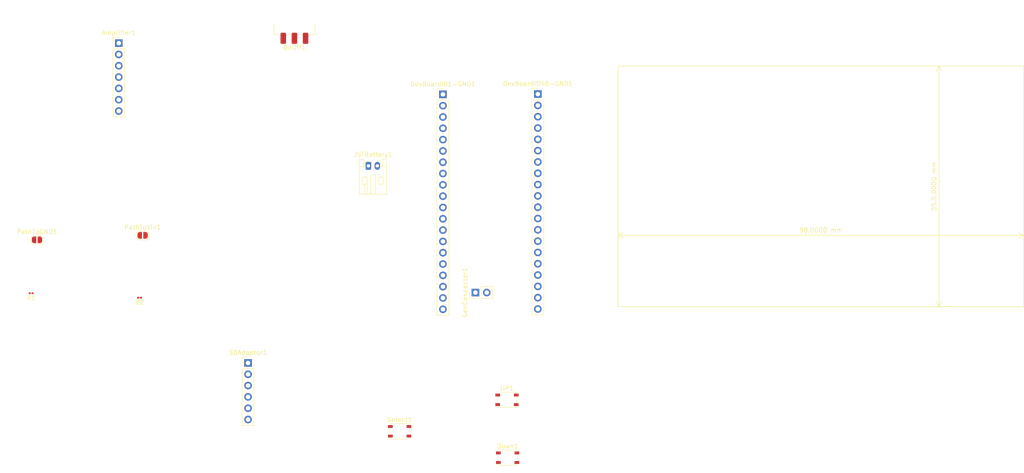
<source format=kicad_pcb>
(kicad_pcb (version 20240108) (generator "pcbnew") (generator_version "8.0")
  (layers (0 "F.Cu" signal) (31 "B.Cu" signal) (34 "B.Paste" user) (35 "F.Paste" user) (36 "B.SilkS" user "B.Silkscreen") (37 "F.SilkS" user "F.Silkscreen") (38 "B.Mask" user) (39 "F.Mask" user) (44 "Edge.Cuts" user))
  (net 0 "")
  (net 1 "/A3")
  (net 2 "/GND")
  (net 3 "/A2")
  (net 4 "/A5")
  (net 5 "Net-(Amplifier1-Pin_4)")
  (net 6 "/A1")
  (net 7 "/Vin(3.3)")
  (net 8 "/SD4")
  (net 10 "/Select")
  (net 11 "/Down")
  (net 15 "/Up")
  (net 18 "/SD3")
  (net 19 "/SD2")
  (net 21 "/SD1")
  (net 40 "/Vin(5)")
  (net 41 "/-")
  (net 42 "/+")
  (footprint "Button_Switch_SMD:SW_SPST_PTS810" (layer "F.Cu") (at 143.075 116.925)
    (property "Reference" "UP1" (at 0 -2.6 0) (layer "F.SilkS"))
    (property "Value" "SW_Push")
    (fp_line (start -2.2 -1.7) (end -2.2 -1.58) (stroke (width 0.12)) (layer "F.SilkS"))
    (fp_line (start -2.2 -0.57) (end -2.2 0.57) (stroke (width 0.12)) (layer "F.SilkS"))
    (fp_line (start -2.2 1.58) (end -2.2 1.7) (stroke (width 0.12)) (layer "F.SilkS"))
    (fp_line (start -2.2 1.7) (end 2.2 1.7) (stroke (width 0.12)) (layer "F.SilkS"))
    (fp_line (start 2.2 -1.7) (end -2.2 -1.7) (stroke (width 0.12)) (layer "F.SilkS"))
    (fp_line (start 2.2 -1.58) (end 2.2 -1.7) (stroke (width 0.12)) (layer "F.SilkS"))
    (fp_line (start 2.2 0.57) (end 2.2 -0.57) (stroke (width 0.12)) (layer "F.SilkS"))
    (fp_line (start 2.2 1.7) (end 2.2 1.58) (stroke (width 0.12)) (layer "F.SilkS"))
    (pad "1" smd rect (at -2.075 -1.075) (size 1.05 0.65) (layers "F.Cu" "F.Paste" "F.Mask") (net 15 "/Up"))
    (pad "1" smd rect (at 2.075 -1.075) (size 1.05 0.65) (layers "F.Cu" "F.Paste" "F.Mask") (net 15 "/Up"))
    (pad "2" smd rect (at -2.075 1.075) (size 1.05 0.65) (layers "F.Cu" "F.Paste" "F.Mask") (net 2 "/GND"))
    (pad "2" smd rect (at 2.075 1.075) (size 1.05 0.65) (layers "F.Cu" "F.Paste" "F.Mask") (net 2 "/GND"))
  )
  (footprint "Connector_PinHeader_2.54mm:PinHeader_1x07_P2.54mm_Vertical" (layer "F.Cu") (at 56 36.84)
    (property "Reference" "Amplifier1" (at 0 -2.33 0) (layer "F.SilkS"))
    (property "Value" "Conn_01x07_Pin")
    (fp_line (start -1.33 -1.33) (end 0 -1.33) (stroke (width 0.12)) (layer "F.SilkS"))
    (fp_line (start -1.33 0) (end -1.33 -1.33) (stroke (width 0.12)) (layer "F.SilkS"))
    (fp_line (start -1.33 1.27) (end -1.33 16.57) (stroke (width 0.12)) (layer "F.SilkS"))
    (fp_line (start -1.33 1.27) (end 1.33 1.27) (stroke (width 0.12)) (layer "F.SilkS"))
    (fp_line (start -1.33 16.57) (end 1.33 16.57) (stroke (width 0.12)) (layer "F.SilkS"))
    (fp_line (start 1.33 1.27) (end 1.33 16.57) (stroke (width 0.12)) (layer "F.SilkS"))
    (pad "1" thru_hole rect (at 0 0) (size 1.7 1.7) (drill 1) (layers "*.Cu" "*.Mask") (net 6 "/A1"))
    (pad "2" thru_hole oval (at 0 2.54) (size 1.7 1.7) (drill 1) (layers "*.Cu" "*.Mask") (net 3 "/A2"))
    (pad "3" thru_hole oval (at 0 5.08) (size 1.7 1.7) (drill 1) (layers "*.Cu" "*.Mask") (net 1 "/A3"))
    (pad "4" thru_hole oval (at 0 7.62) (size 1.7 1.7) (drill 1) (layers "*.Cu" "*.Mask") (net 5 "Net-(Amplifier1-Pin_4)"))
    (pad "5" thru_hole oval (at 0 10.16) (size 1.7 1.7) (drill 1) (layers "*.Cu" "*.Mask") (net 4 "/A5"))
    (pad "6" thru_hole oval (at 0 12.7) (size 1.7 1.7) (drill 1) (layers "*.Cu" "*.Mask") (net 2 "/GND"))
    (pad "7" thru_hole oval (at 0 15.24) (size 1.7 1.7) (drill 1) (layers "*.Cu" "*.Mask") (net 7 "/Vin(3.3)"))
  )
  (footprint "Connector_JST:JST_PH_S2B-PH-K_1x02_P2.00mm_Horizontal" (layer "F.Cu") (at 112 64.39)
    (property "Reference" "JSTBattery1" (at 1 -2.55 0) (layer "F.SilkS"))
    (property "Value" "Conn_01x02_Pin")
    (fp_line (start -2.06 -1.46) (end -2.06 6.36) (stroke (width 0.12)) (layer "F.SilkS"))
    (fp_line (start -2.06 0.14) (end -1.14 0.14) (stroke (width 0.12)) (layer "F.SilkS"))
    (fp_line (start -2.06 6.36) (end 4.06 6.36) (stroke (width 0.12)) (layer "F.SilkS"))
    (fp_line (start -1.3 2.5) (end -1.3 4.1) (stroke (width 0.12)) (layer "F.SilkS"))
    (fp_line (start -1.3 4.1) (end -0.3 4.1) (stroke (width 0.12)) (layer "F.SilkS"))
    (fp_line (start -1.14 -1.46) (end -2.06 -1.46) (stroke (width 0.12)) (layer "F.SilkS"))
    (fp_line (start -1.14 0.14) (end -1.14 -1.46) (stroke (width 0.12)) (layer "F.SilkS"))
    (fp_line (start -0.86 0.14) (end -1.14 0.14) (stroke (width 0.12)) (layer "F.SilkS"))
    (fp_line (start -0.86 0.14) (end -0.86 -1.075) (stroke (width 0.12)) (layer "F.SilkS"))
    (fp_line (start -0.8 4.1) (end -0.8 6.36) (stroke (width 0.12)) (layer "F.SilkS"))
    (fp_line (start -0.3 2.5) (end -1.3 2.5) (stroke (width 0.12)) (layer "F.SilkS"))
    (fp_line (start -0.3 4.1) (end -0.3 2.5) (stroke (width 0.12)) (layer "F.SilkS"))
    (fp_line (start -0.3 4.1) (end -0.3 6.36) (stroke (width 0.12)) (layer "F.SilkS"))
    (fp_line (start 0.5 2) (end 1.5 2) (stroke (width 0.12)) (layer "F.SilkS"))
    (fp_line (start 0.5 6.36) (end 0.5 2) (stroke (width 0.12)) (layer "F.SilkS"))
    (fp_line (start 1.5 2) (end 1.5 6.36) (stroke (width 0.12)) (layer "F.SilkS"))
    (fp_line (start 2.3 2.5) (end 3.3 2.5) (stroke (width 0.12)) (layer "F.SilkS"))
    (fp_line (start 2.3 4.1) (end 2.3 2.5) (stroke (width 0.12)) (layer "F.SilkS"))
    (fp_line (start 3.14 -1.46) (end 3.14 0.14) (stroke (width 0.12)) (layer "F.SilkS"))
    (fp_line (start 3.14 0.14) (end 2.86 0.14) (stroke (width 0.12)) (layer "F.SilkS"))
    (fp_line (start 3.3 2.5) (end 3.3 4.1) (stroke (width 0.12)) (layer "F.SilkS"))
    (fp_line (start 3.3 4.1) (end 2.3 4.1) (stroke (width 0.12)) (layer "F.SilkS"))
    (fp_line (start 4.06 -1.46) (end 3.14 -1.46) (stroke (width 0.12)) (layer "F.SilkS"))
    (fp_line (start 4.06 0.14) (end 3.14 0.14) (stroke (width 0.12)) (layer "F.SilkS"))
    (fp_line (start 4.06 6.36) (end 4.06 -1.46) (stroke (width 0.12)) (layer "F.SilkS"))
    (pad "1" thru_hole roundrect (at 0 0) (size 1.2 1.75) (drill 0.75) (layers "*.Cu" "*.Mask") (roundrect_rratio 0.208333) (net 41 "/-"))
    (pad "2" thru_hole oval (at 2 0) (size 1.2 1.75) (drill 0.75) (layers "*.Cu" "*.Mask") (net 42 "/+"))
  )
  (footprint "Button_Switch_SMD:SW_SPST_PTS810" (layer "F.Cu") (at 143.225 129.925)
    (property "Reference" "Down1" (at 0 -2.6 0) (layer "F.SilkS"))
    (property "Value" "SW_Push")
    (fp_line (start -2.2 -1.7) (end -2.2 -1.58) (stroke (width 0.12)) (layer "F.SilkS"))
    (fp_line (start -2.2 -0.57) (end -2.2 0.57) (stroke (width 0.12)) (layer "F.SilkS"))
    (fp_line (start -2.2 1.58) (end -2.2 1.7) (stroke (width 0.12)) (layer "F.SilkS"))
    (fp_line (start -2.2 1.7) (end 2.2 1.7) (stroke (width 0.12)) (layer "F.SilkS"))
    (fp_line (start 2.2 -1.7) (end -2.2 -1.7) (stroke (width 0.12)) (layer "F.SilkS"))
    (fp_line (start 2.2 -1.58) (end 2.2 -1.7) (stroke (width 0.12)) (layer "F.SilkS"))
    (fp_line (start 2.2 0.57) (end 2.2 -0.57) (stroke (width 0.12)) (layer "F.SilkS"))
    (fp_line (start 2.2 1.7) (end 2.2 1.58) (stroke (width 0.12)) (layer "F.SilkS"))
    (pad "1" smd rect (at -2.075 -1.075) (size 1.05 0.65) (layers "F.Cu" "F.Paste" "F.Mask") (net 11 "/Down"))
    (pad "1" smd rect (at 2.075 -1.075) (size 1.05 0.65) (layers "F.Cu" "F.Paste" "F.Mask") (net 11 "/Down"))
    (pad "2" smd rect (at -2.075 1.075) (size 1.05 0.65) (layers "F.Cu" "F.Paste" "F.Mask") (net 2 "/GND"))
    (pad "2" smd rect (at 2.075 1.075) (size 1.05 0.65) (layers "F.Cu" "F.Paste" "F.Mask") (net 2 "/GND"))
  )
  (footprint "Resistor_SMD:R_0201_0603Metric" (layer "F.Cu") (at 36.345 93 180)
    (property "Reference" "R1" (at 0 -1.05 360) (layer "F.SilkS"))
    (property "Value" "100k")
    (pad "1" smd roundrect (at -0.32 0 180) (size 0.46 0.4) (layers "F.Cu" "F.Mask") (net 5 "Net-(Amplifier1-Pin_4)"))
    (pad "2" smd roundrect (at 0.32 0 180) (size 0.46 0.4) (layers "F.Cu" "F.Mask") (net 2 "/GND"))
  )
  (footprint "Button_Switch_SMD:SW_SPST_PTS810" (layer "F.Cu") (at 119 124)
    (property "Reference" "Select1" (at 0 -2.6 0) (layer "F.SilkS"))
    (property "Value" "SW_Push")
    (fp_line (start -2.2 -1.7) (end -2.2 -1.58) (stroke (width 0.12)) (layer "F.SilkS"))
    (fp_line (start -2.2 -0.57) (end -2.2 0.57) (stroke (width 0.12)) (layer "F.SilkS"))
    (fp_line (start -2.2 1.58) (end -2.2 1.7) (stroke (width 0.12)) (layer "F.SilkS"))
    (fp_line (start -2.2 1.7) (end 2.2 1.7) (stroke (width 0.12)) (layer "F.SilkS"))
    (fp_line (start 2.2 -1.7) (end -2.2 -1.7) (stroke (width 0.12)) (layer "F.SilkS"))
    (fp_line (start 2.2 -1.58) (end 2.2 -1.7) (stroke (width 0.12)) (layer "F.SilkS"))
    (fp_line (start 2.2 0.57) (end 2.2 -0.57) (stroke (width 0.12)) (layer "F.SilkS"))
    (fp_line (start 2.2 1.7) (end 2.2 1.58) (stroke (width 0.12)) (layer "F.SilkS"))
    (pad "1" smd rect (at -2.075 -1.075) (size 1.05 0.65) (layers "F.Cu" "F.Paste" "F.Mask") (net 10 "/Select"))
    (pad "1" smd rect (at 2.075 -1.075) (size 1.05 0.65) (layers "F.Cu" "F.Paste" "F.Mask") (net 10 "/Select"))
    (pad "2" smd rect (at -2.075 1.075) (size 1.05 0.65) (layers "F.Cu" "F.Paste" "F.Mask") (net 2 "/GND"))
    (pad "2" smd rect (at 2.075 1.075) (size 1.05 0.65) (layers "F.Cu" "F.Paste" "F.Mask") (net 2 "/GND"))
  )
  (footprint "Resistor_SMD:R_0201_0603Metric" (layer "F.Cu") (at 60.655 94 180)
    (property "Reference" "R2" (at 0 -1.05 360) (layer "F.SilkS"))
    (property "Value" "100k")
    (pad "1" smd roundrect (at -0.32 0 180) (size 0.46 0.4) (layers "F.Cu" "F.Mask") (net 5 "Net-(Amplifier1-Pin_4)"))
    (pad "2" smd roundrect (at 0.32 0 180) (size 0.46 0.4) (layers "F.Cu" "F.Mask") (net 7 "/Vin(3.3)"))
  )
  (footprint "Connector_PinHeader_2.54mm:PinHeader_1x06_P2.54mm_Vertical" (layer "F.Cu") (at 85 108.65)
    (property "Reference" "SDAdaptor1" (at 0 -2.33 0) (layer "F.SilkS"))
    (property "Value" "Conn_01x06_Pin")
    (fp_line (start -1.33 -1.33) (end 0 -1.33) (stroke (width 0.12)) (layer "F.SilkS"))
    (fp_line (start -1.33 0) (end -1.33 -1.33) (stroke (width 0.12)) (layer "F.SilkS"))
    (fp_line (start -1.33 1.27) (end -1.33 14.03) (stroke (width 0.12)) (layer "F.SilkS"))
    (fp_line (start -1.33 1.27) (end 1.33 1.27) (stroke (width 0.12)) (layer "F.SilkS"))
    (fp_line (start -1.33 14.03) (end 1.33 14.03) (stroke (width 0.12)) (layer "F.SilkS"))
    (fp_line (start 1.33 1.27) (end 1.33 14.03) (stroke (width 0.12)) (layer "F.SilkS"))
    (pad "1" thru_hole rect (at 0 0) (size 1.7 1.7) (drill 1) (layers "*.Cu" "*.Mask") (net 7 "/Vin(3.3)"))
    (pad "2" thru_hole oval (at 0 2.54) (size 1.7 1.7) (drill 1) (layers "*.Cu" "*.Mask") (net 21 "/SD1"))
    (pad "3" thru_hole oval (at 0 5.08) (size 1.7 1.7) (drill 1) (layers "*.Cu" "*.Mask") (net 19 "/SD2"))
    (pad "4" thru_hole oval (at 0 7.62) (size 1.7 1.7) (drill 1) (layers "*.Cu" "*.Mask") (net 18 "/SD3"))
    (pad "5" thru_hole oval (at 0 10.16) (size 1.7 1.7) (drill 1) (layers "*.Cu" "*.Mask") (net 8 "/SD4"))
    (pad "6" thru_hole oval (at 0 12.7) (size 1.7 1.7) (drill 1) (layers "*.Cu" "*.Mask") (net 2 "/GND"))
  )
  (footprint "Connector_PinHeader_2.54mm:PinHeader_1x20_P2.54mm_Vertical" (layer "F.Cu") (at 128.71 48.34)
    (property "Reference" "DevBoardI01-GND1" (at 0 -2.33 0) (layer "F.SilkS"))
    (property "Value" "Conn_01x20_Pin")
    (fp_line (start -1.33 -1.33) (end 0 -1.33) (stroke (width 0.12)) (layer "F.SilkS"))
    (fp_line (start -1.33 0) (end -1.33 -1.33) (stroke (width 0.12)) (layer "F.SilkS"))
    (fp_line (start -1.33 1.27) (end -1.33 49.59) (stroke (width 0.12)) (layer "F.SilkS"))
    (fp_line (start -1.33 1.27) (end 1.33 1.27) (stroke (width 0.12)) (layer "F.SilkS"))
    (fp_line (start -1.33 49.59) (end 1.33 49.59) (stroke (width 0.12)) (layer "F.SilkS"))
    (fp_line (start 1.33 1.27) (end 1.33 49.59) (stroke (width 0.12)) (layer "F.SilkS"))
    (pad "1" thru_hole rect (at 0 0) (size 1.7 1.7) (drill 1) (layers "*.Cu" "*.Mask") (net 15 "/Up"))
    (pad "2" thru_hole oval (at 0 2.54) (size 1.7 1.7) (drill 1) (layers "*.Cu" "*.Mask") (net 11 "/Down"))
    (pad "3" thru_hole oval (at 0 5.08) (size 1.7 1.7) (drill 1) (layers "*.Cu" "*.Mask"))
    (pad "4" thru_hole oval (at 0 7.62) (size 1.7 1.7) (drill 1) (layers "*.Cu" "*.Mask") (net 6 "/A1"))
    (pad "5" thru_hole oval (at 0 10.16) (size 1.7 1.7) (drill 1) (layers "*.Cu" "*.Mask") (net 3 "/A2"))
    (pad "6" thru_hole oval (at 0 12.7) (size 1.7 1.7) (drill 1) (layers "*.Cu" "*.Mask") (net 1 "/A3"))
    (pad "7" thru_hole oval (at 0 15.24) (size 1.7 1.7) (drill 1) (layers "*.Cu" "*.Mask") (net 4 "/A5"))
    (pad "8" thru_hole oval (at 0 17.78) (size 1.7 1.7) (drill 1) (layers "*.Cu" "*.Mask") (net 10 "/Select"))
    (pad "9" thru_hole oval (at 0 20.32) (size 1.7 1.7) (drill 1) (layers "*.Cu" "*.Mask"))
    (pad "10" thru_hole oval (at 0 22.86) (size 1.7 1.7) (drill 1) (layers "*.Cu" "*.Mask") (net 21 "/SD1"))
    (pad "11" thru_hole oval (at 0 25.4) (size 1.7 1.7) (drill 1) (layers "*.Cu" "*.Mask") (net 19 "/SD2"))
    (pad "12" thru_hole oval (at 0 27.94) (size 1.7 1.7) (drill 1) (layers "*.Cu" "*.Mask") (net 18 "/SD3"))
    (pad "13" thru_hole oval (at 0 30.48) (size 1.7 1.7) (drill 1) (layers "*.Cu" "*.Mask") (net 8 "/SD4"))
    (pad "14" thru_hole oval (at 0 33.02) (size 1.7 1.7) (drill 1) (layers "*.Cu" "*.Mask"))
    (pad "15" thru_hole oval (at 0 35.56) (size 1.7 1.7) (drill 1) (layers "*.Cu" "*.Mask"))
    (pad "16" thru_hole oval (at 0 38.1) (size 1.7 1.7) (drill 1) (layers "*.Cu" "*.Mask"))
    (pad "17" thru_hole oval (at 0 40.64) (size 1.7 1.7) (drill 1) (layers "*.Cu" "*.Mask"))
    (pad "18" thru_hole oval (at 0 43.18) (size 1.7 1.7) (drill 1) (layers "*.Cu" "*.Mask"))
    (pad "19" thru_hole oval (at 0 45.72) (size 1.7 1.7) (drill 1) (layers "*.Cu" "*.Mask") (net 7 "/Vin(3.3)"))
    (pad "20" thru_hole oval (at 0 48.26) (size 1.7 1.7) (drill 1) (layers "*.Cu" "*.Mask") (net 2 "/GND"))
  )
  (footprint "Jumper:SolderJumper-2_P1.3mm_Open_RoundedPad1.0x1.5mm" (layer "F.Cu") (at 61.35 80)
    (property "Reference" "PathToVin1" (at 0 -1.8 0) (layer "F.SilkS"))
    (property "Value" "SolderJumper_2_Open")
    (fp_line (start -1.4 0.3) (end -1.4 -0.3) (stroke (width 0.12)) (layer "F.SilkS"))
    (fp_line (start -0.7 -1) (end 0.7 -1) (stroke (width 0.12)) (layer "F.SilkS"))
    (fp_line (start 0.7 1) (end -0.7 1) (stroke (width 0.12)) (layer "F.SilkS"))
    (fp_line (start 1.4 -0.3) (end 1.4 0.3) (stroke (width 0.12)) (layer "F.SilkS"))
    (fp_arc (start -1.4 -0.3) (mid -1.194975 -0.794975) (end -0.7 -1) (stroke (width 0.12)) (layer "F.SilkS"))
    (fp_arc (start -0.7 1) (mid -1.194975 0.794975) (end -1.4 0.3) (stroke (width 0.12)) (layer "F.SilkS"))
    (fp_arc (start 0.7 -1) (mid 1.194975 -0.794975) (end 1.4 -0.3) (stroke (width 0.12)) (layer "F.SilkS"))
    (fp_arc (start 1.4 0.3) (mid 1.194975 0.794975) (end 0.7 1) (stroke (width 0.12)) (layer "F.SilkS"))
    (pad "1" smd custom (at -0.65 0) (size 1 0.5) (layers "F.Cu" "F.Mask") (net 7 "/Vin(3.3)") (options (clearance outline) (anchor rect)) (primitives (gr_circle (center 0 0.25) (end 0.5 0.25) (width 0) (fill yes)) (gr_circle (center 0 -0.25) (end 0.5 -0.25) (width 0) (fill yes)) (gr_poly (pts (xy 0.5 0.75) (xy 0 0.75) (xy 0 -0.75) (xy 0.5 -0.75)) (width 0) (fill yes))))
    (pad "2" smd custom (at 0.65 0) (size 1 0.5) (layers "F.Cu" "F.Mask") (net 5 "Net-(Amplifier1-Pin_4)") (options (clearance outline) (anchor rect)) (primitives (gr_circle (center 0 0.25) (end 0.5 0.25) (width 0) (fill yes)) (gr_circle (center 0 -0.25) (end 0.5 -0.25) (width 0) (fill yes)) (gr_poly (pts (xy 0 0.75) (xy -0.5 0.75) (xy -0.5 -0.75) (xy 0 -0.75)) (width 0) (fill yes))))
  )
  (footprint "Button_Switch_SMD:SW_SPDT_CK_JS102011SAQN" (layer "F.Cu") (at 95.4 33 180)
    (property "Reference" "OnOff1" (at 0 -4.8 360) (layer "F.SilkS"))
    (property "Value" "SW_SPDT")
    (fp_line (start 4.6 -1.9) (end 4.6 0.4) (stroke (width 0.12)) (layer "F.SilkS"))
    (fp_line (start 3.4 -1.9) (end 4.6 -1.9) (stroke (width 0.12)) (layer "F.SilkS"))
    (fp_line (start 1.6 -1.9) (end 0.9 -1.9) (stroke (width 0.12)) (layer "F.SilkS"))
    (fp_line (start -0.9 -1.9) (end -1.6 -1.9) (stroke (width 0.12)) (layer "F.SilkS"))
    (fp_line (start -4.6 0.4) (end -4.6 -1.9) (stroke (width 0.12)) (layer "F.SilkS"))
    (fp_line (start -4.6 -1.9) (end -3.4 -1.9) (stroke (width 0.12)) (layer "F.SilkS"))
    (pad "" np_thru_hole circle (at -3.4 0 180) (size 0.9 0.9) (drill 0.9) (layers "*.Cu" "*.Mask"))
    (pad "" np_thru_hole circle (at 3.4 0 180) (size 0.9 0.9) (drill 0.9) (layers "*.Cu" "*.Mask"))
    (pad "1" smd roundrect (at -2.5 -2.75 180) (size 1.25 2.5) (layers "F.Cu" "F.Paste" "F.Mask") (roundrect_rratio 0.2) (net 42 "/+"))
    (pad "2" smd roundrect (at 0 -2.75 180) (size 1.25 2.5) (layers "F.Cu" "F.Paste" "F.Mask") (roundrect_rratio 0.2) (net 42 "/+"))
    (pad "3" smd roundrect (at 2.5 -2.75 180) (size 1.25 2.5) (layers "F.Cu" "F.Paste" "F.Mask") (roundrect_rratio 0.2))
  )
  (footprint "Jumper:SolderJumper-2_P1.3mm_Open_RoundedPad1.0x1.5mm" (layer "F.Cu") (at 37.65 81)
    (property "Reference" "PathToGND1" (at 0 -1.8 0) (layer "F.SilkS"))
    (property "Value" "SolderJumper_2_Open")
    (fp_line (start -1.4 0.3) (end -1.4 -0.3) (stroke (width 0.12)) (layer "F.SilkS"))
    (fp_line (start -0.7 -1) (end 0.7 -1) (stroke (width 0.12)) (layer "F.SilkS"))
    (fp_line (start 0.7 1) (end -0.7 1) (stroke (width 0.12)) (layer "F.SilkS"))
    (fp_line (start 1.4 -0.3) (end 1.4 0.3) (stroke (width 0.12)) (layer "F.SilkS"))
    (fp_arc (start -1.4 -0.3) (mid -1.194975 -0.794975) (end -0.7 -1) (stroke (width 0.12)) (layer "F.SilkS"))
    (fp_arc (start -0.7 1) (mid -1.194975 0.794975) (end -1.4 0.3) (stroke (width 0.12)) (layer "F.SilkS"))
    (fp_arc (start 0.7 -1) (mid 1.194975 -0.794975) (end 1.4 -0.3) (stroke (width 0.12)) (layer "F.SilkS"))
    (fp_arc (start 1.4 0.3) (mid 1.194975 0.794975) (end 0.7 1) (stroke (width 0.12)) (layer "F.SilkS"))
    (pad "1" smd custom (at -0.65 0) (size 1 0.5) (layers "F.Cu" "F.Mask") (net 2 "/GND") (options (clearance outline) (anchor rect)) (primitives (gr_circle (center 0 0.25) (end 0.5 0.25) (width 0) (fill yes)) (gr_circle (center 0 -0.25) (end 0.5 -0.25) (width 0) (fill yes)) (gr_poly (pts (xy 0.5 0.75) (xy 0 0.75) (xy 0 -0.75) (xy 0.5 -0.75)) (width 0) (fill yes))))
    (pad "2" smd custom (at 0.65 0) (size 1 0.5) (layers "F.Cu" "F.Mask") (net 5 "Net-(Amplifier1-Pin_4)") (options (clearance outline) (anchor rect)) (primitives (gr_circle (center 0 0.25) (end 0.5 0.25) (width 0) (fill yes)) (gr_circle (center 0 -0.25) (end 0.5 -0.25) (width 0) (fill yes)) (gr_poly (pts (xy 0 0.75) (xy -0.5 0.75) (xy -0.5 -0.75) (xy 0 -0.75)) (width 0) (fill yes))))
  )
  (footprint "Connector_PinHeader_2.54mm:PinHeader_1x02_P2.54mm_Vertical" (layer "F.Cu") (at 136 92.84 90)
    (property "Reference" "GenConnector1" (at 0 -2.33 90) (layer "F.SilkS"))
    (property "Value" "Conn_01x02_Pin")
    (fp_line (start -1.33 -1.33) (end 0 -1.33) (stroke (width 0.12)) (layer "F.SilkS"))
    (fp_line (start -1.33 0) (end -1.33 -1.33) (stroke (width 0.12)) (layer "F.SilkS"))
    (fp_line (start 1.33 1.27) (end 1.33 3.87) (stroke (width 0.12)) (layer "F.SilkS"))
    (fp_line (start -1.33 1.27) (end 1.33 1.27) (stroke (width 0.12)) (layer "F.SilkS"))
    (fp_line (start -1.33 1.27) (end -1.33 3.87) (stroke (width 0.12)) (layer "F.SilkS"))
    (fp_line (start -1.33 3.87) (end 1.33 3.87) (stroke (width 0.12)) (layer "F.SilkS"))
    (pad "1" thru_hole rect (at 0 0 90) (size 1.7 1.7) (drill 1) (layers "*.Cu" "*.Mask") (net 41 "/-"))
    (pad "2" thru_hole oval (at 0 2.54 90) (size 1.7 1.7) (drill 1) (layers "*.Cu" "*.Mask") (net 42 "/+"))
  )
  (footprint "Connector_PinHeader_2.54mm:PinHeader_1x20_P2.54mm_Vertical" (layer "F.Cu") (at 150 48.28)
    (property "Reference" "DevBoardIO46-GND1" (at 0 -2.33 0) (layer "F.SilkS"))
    (property "Value" "Conn_01x20_Pin")
    (fp_line (start -1.33 -1.33) (end 0 -1.33) (stroke (width 0.12)) (layer "F.SilkS"))
    (fp_line (start -1.33 0) (end -1.33 -1.33) (stroke (width 0.12)) (layer "F.SilkS"))
    (fp_line (start -1.33 1.27) (end -1.33 49.59) (stroke (width 0.12)) (layer "F.SilkS"))
    (fp_line (start -1.33 1.27) (end 1.33 1.27) (stroke (width 0.12)) (layer "F.SilkS"))
    (fp_line (start -1.33 49.59) (end 1.33 49.59) (stroke (width 0.12)) (layer "F.SilkS"))
    (fp_line (start 1.33 1.27) (end 1.33 49.59) (stroke (width 0.12)) (layer "F.SilkS"))
    (pad "1" thru_hole rect (at 0 0) (size 1.7 1.7) (drill 1) (layers "*.Cu" "*.Mask"))
    (pad "2" thru_hole oval (at 0 2.54) (size 1.7 1.7) (drill 1) (layers "*.Cu" "*.Mask"))
    (pad "3" thru_hole oval (at 0 5.08) (size 1.7 1.7) (drill 1) (layers "*.Cu" "*.Mask"))
    (pad "4" thru_hole oval (at 0 7.62) (size 1.7 1.7) (drill 1) (layers "*.Cu" "*.Mask"))
    (pad "5" thru_hole oval (at 0 10.16) (size 1.7 1.7) (drill 1) (layers "*.Cu" "*.Mask"))
    (pad "6" thru_hole oval (at 0 12.7) (size 1.7 1.7) (drill 1) (layers "*.Cu" "*.Mask"))
    (pad "7" thru_hole oval (at 0 15.24) (size 1.7 1.7) (drill 1) (layers "*.Cu" "*.Mask"))
    (pad "8" thru_hole oval (at 0 17.78) (size 1.7 1.7) (drill 1) (layers "*.Cu" "*.Mask"))
    (pad "9" thru_hole oval (at 0 20.32) (size 1.7 1.7) (drill 1) (layers "*.Cu" "*.Mask"))
    (pad "10" thru_hole oval (at 0 22.86) (size 1.7 1.7) (drill 1) (layers "*.Cu" "*.Mask"))
    (pad "11" thru_hole oval (at 0 25.4) (size 1.7 1.7) (drill 1) (layers "*.Cu" "*.Mask"))
    (pad "12" thru_hole oval (at 0 27.94) (size 1.7 1.7) (drill 1) (layers "*.Cu" "*.Mask"))
    (pad "13" thru_hole oval (at 0 30.48) (size 1.7 1.7) (drill 1) (layers "*.Cu" "*.Mask"))
    (pad "14" thru_hole oval (at 0 33.02) (size 1.7 1.7) (drill 1) (layers "*.Cu" "*.Mask"))
    (pad "15" thru_hole oval (at 0 35.56) (size 1.7 1.7) (drill 1) (layers "*.Cu" "*.Mask"))
    (pad "16" thru_hole oval (at 0 38.1) (size 1.7 1.7) (drill 1) (layers "*.Cu" "*.Mask"))
    (pad "17" thru_hole oval (at 0 40.64) (size 1.7 1.7) (drill 1) (layers "*.Cu" "*.Mask"))
    (pad "18" thru_hole oval (at 0 43.18) (size 1.7 1.7) (drill 1) (layers "*.Cu" "*.Mask"))
    (pad "19" thru_hole oval (at 0 45.72) (size 1.7 1.7) (drill 1) (layers "*.Cu" "*.Mask") (net 40 "/Vin(5)"))
    (pad "20" thru_hole oval (at 0 48.26) (size 1.7 1.7) (drill 1) (layers "*.Cu" "*.Mask") (net 2 "/GND"))
  )
  (gr_rect (start 168 42) (end 259 96) (stroke (width 0.15)) (fill none) (layer "F.SilkS"))
  (dimension (type orthogonal) (layer "F.SilkS") (pts (xy 259 82) (xy 168 81)) (height -2) (orientation 0) (gr_text "98.0000 mm" (at 213.5 78.85 0) (layer "F.SilkS") (effects (font (size 1 1) (thickness 0.15)))) (format (prefix "") (suffix "") (units 3) (units_format 1) (precision 4) (override_value "98.0000")) (style (thickness 0.15) (arrow_length 1.27) (text_position_mode 0) (extension_height 0.58642) (extension_offset 0.5) keep_text_aligned))
  (dimension (type orthogonal) (layer "F.SilkS") (pts (xy 240 42) (xy 243 96)) (height 0) (orientation 1) (gr_text "55.5.0000 mm" (at 238.85 69 90) (layer "F.SilkS") (effects (font (size 1 1) (thickness 0.15)))) (format (prefix "") (suffix "") (units 3) (units_format 1) (precision 4) (override_value "55.5.0000")) (style (thickness 0.15) (arrow_length 1.27) (text_position_mode 0) (extension_height 0.58642) (extension_offset 0.5) keep_text_aligned))
)
</source>
